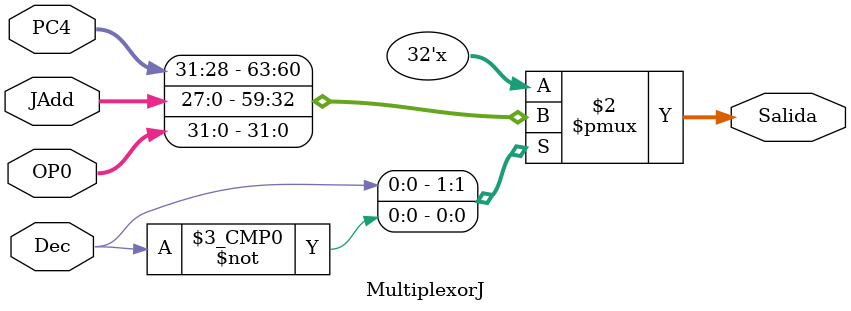
<source format=v>
`timescale 1ns/1ns

module MultiplexorJ(
	input [31:0]PC4,
    input [27:0]JAdd,
	input [31:0]OP0,
	input Dec,
	output reg[31:0]Salida
);

always@*
begin
  case(Dec)
	1'b1:
	begin
	  Salida = {PC4[31:28],JAdd[27:0]};
	end

	1'b0:
	begin
	  Salida = OP0;
	end	
  endcase
end
endmodule


</source>
